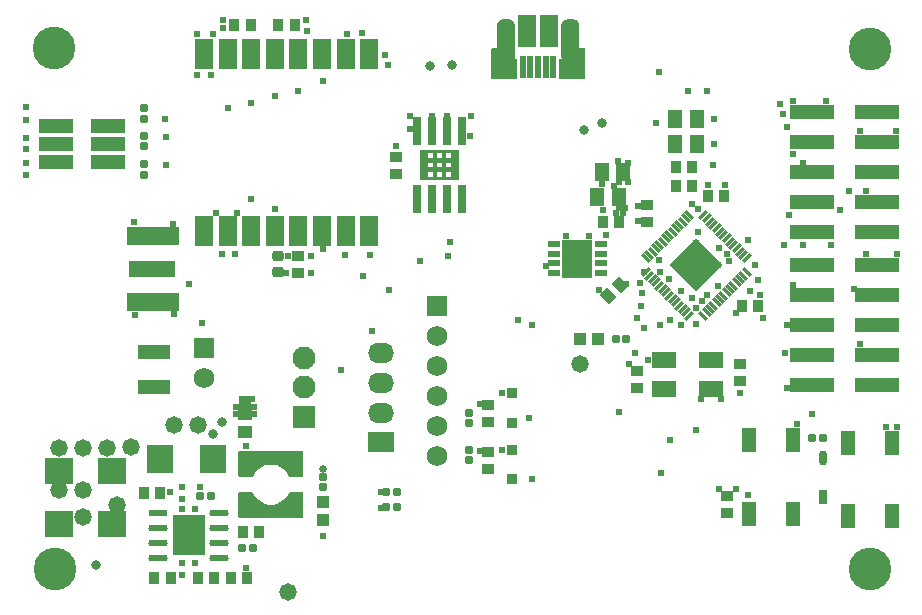
<source format=gbr>
%TF.GenerationSoftware,Altium Limited,Altium Designer,24.9.1 (31)*%
G04 Layer_Color=8388736*
%FSLAX45Y45*%
%MOMM*%
%TF.SameCoordinates,30E74C37-C7CC-4F87-9207-2BD30A255DAA*%
%TF.FilePolarity,Negative*%
%TF.FileFunction,Soldermask,Top*%
%TF.Part,Single*%
G01*
G75*
%TA.AperFunction,SMDPad,CuDef*%
%ADD15R,1.62964X0.57213*%
G04:AMPARAMS|DCode=16|XSize=1.62964mm|YSize=0.57213mm|CornerRadius=0.28606mm|HoleSize=0mm|Usage=FLASHONLY|Rotation=0.000|XOffset=0mm|YOffset=0mm|HoleType=Round|Shape=RoundedRectangle|*
%AMROUNDEDRECTD16*
21,1,1.62964,0.00000,0,0,0.0*
21,1,1.05751,0.57213,0,0,0.0*
1,1,0.57213,0.52875,0.00000*
1,1,0.57213,-0.52875,0.00000*
1,1,0.57213,-0.52875,0.00000*
1,1,0.57213,0.52875,0.00000*
%
%ADD16ROUNDEDRECTD16*%
%ADD17R,2.71000X3.35000*%
G04:AMPARAMS|DCode=46|XSize=1.25748mm|YSize=0.70248mm|CornerRadius=0.35124mm|HoleSize=0mm|Usage=FLASHONLY|Rotation=90.000|XOffset=0mm|YOffset=0mm|HoleType=Round|Shape=RoundedRectangle|*
%AMROUNDEDRECTD46*
21,1,1.25748,0.00000,0,0,90.0*
21,1,0.55501,0.70248,0,0,90.0*
1,1,0.70247,0.00000,0.27751*
1,1,0.70247,0.00000,-0.27751*
1,1,0.70247,0.00000,-0.27751*
1,1,0.70247,0.00000,0.27751*
%
%ADD46ROUNDEDRECTD46*%
%ADD47R,0.70248X1.25748*%
G04:AMPARAMS|DCode=77|XSize=0.7532mm|YSize=0.7032mm|CornerRadius=0.1641mm|HoleSize=0mm|Usage=FLASHONLY|Rotation=270.000|XOffset=0mm|YOffset=0mm|HoleType=Round|Shape=RoundedRectangle|*
%AMROUNDEDRECTD77*
21,1,0.75320,0.37500,0,0,270.0*
21,1,0.42500,0.70320,0,0,270.0*
1,1,0.32820,-0.18750,-0.21250*
1,1,0.32820,-0.18750,0.21250*
1,1,0.32820,0.18750,0.21250*
1,1,0.32820,0.18750,-0.21250*
%
%ADD77ROUNDEDRECTD77*%
G04:AMPARAMS|DCode=78|XSize=0.9632mm|YSize=0.8636mm|CornerRadius=0.18415mm|HoleSize=0mm|Usage=FLASHONLY|Rotation=180.000|XOffset=0mm|YOffset=0mm|HoleType=Round|Shape=RoundedRectangle|*
%AMROUNDEDRECTD78*
21,1,0.96320,0.49530,0,0,180.0*
21,1,0.59490,0.86360,0,0,180.0*
1,1,0.36830,-0.29745,0.24765*
1,1,0.36830,0.29745,0.24765*
1,1,0.36830,0.29745,-0.24765*
1,1,0.36830,-0.29745,-0.24765*
%
%ADD78ROUNDEDRECTD78*%
%ADD79R,1.10320X0.90320*%
%TA.AperFunction,ConnectorPad*%
%ADD80R,0.60320X1.95320*%
%ADD81R,1.62820X2.70320*%
%TA.AperFunction,SMDPad,CuDef*%
%ADD82C,0.80320*%
%ADD83R,2.80320X1.25320*%
%ADD84R,2.25320X2.40320*%
%ADD85R,2.40320X2.25320*%
%TA.AperFunction,ConnectorPad*%
%ADD86R,2.40320X2.25320*%
%TA.AperFunction,SMDPad,CuDef*%
%ADD87R,1.00320X1.00320*%
G04:AMPARAMS|DCode=88|XSize=0.7532mm|YSize=0.7032mm|CornerRadius=0.1641mm|HoleSize=0mm|Usage=FLASHONLY|Rotation=180.000|XOffset=0mm|YOffset=0mm|HoleType=Round|Shape=RoundedRectangle|*
%AMROUNDEDRECTD88*
21,1,0.75320,0.37500,0,0,180.0*
21,1,0.42500,0.70320,0,0,180.0*
1,1,0.32820,-0.21250,0.18750*
1,1,0.32820,0.21250,0.18750*
1,1,0.32820,0.21250,-0.18750*
1,1,0.32820,-0.21250,-0.18750*
%
%ADD88ROUNDEDRECTD88*%
%TA.AperFunction,ConnectorPad*%
%ADD89R,0.90320X1.10320*%
%TA.AperFunction,SMDPad,CuDef*%
%ADD90R,0.90320X1.10320*%
%ADD91R,1.20320X1.00320*%
%ADD92R,3.00320X1.20320*%
%ADD93R,2.00320X1.40320*%
%ADD94R,1.60000X2.59999*%
%ADD95R,0.66040X2.36220*%
G04:AMPARAMS|DCode=96|XSize=0.3mm|YSize=0.94mm|CornerRadius=0.075mm|HoleSize=0mm|Usage=FLASHONLY|Rotation=45.000|XOffset=0mm|YOffset=0mm|HoleType=Round|Shape=RoundedRectangle|*
%AMROUNDEDRECTD96*
21,1,0.30000,0.79000,0,0,45.0*
21,1,0.15000,0.94000,0,0,45.0*
1,1,0.15000,0.33234,-0.22628*
1,1,0.15000,0.22628,-0.33234*
1,1,0.15000,-0.33234,0.22628*
1,1,0.15000,-0.22628,0.33234*
%
%ADD96ROUNDEDRECTD96*%
G04:AMPARAMS|DCode=97|XSize=0.94mm|YSize=0.3mm|CornerRadius=0.075mm|HoleSize=0mm|Usage=FLASHONLY|Rotation=45.000|XOffset=0mm|YOffset=0mm|HoleType=Round|Shape=RoundedRectangle|*
%AMROUNDEDRECTD97*
21,1,0.94000,0.15000,0,0,45.0*
21,1,0.79000,0.30000,0,0,45.0*
1,1,0.15000,0.33234,0.22628*
1,1,0.15000,-0.22628,-0.33234*
1,1,0.15000,-0.33234,-0.22628*
1,1,0.15000,0.22628,0.33234*
%
%ADD97ROUNDEDRECTD97*%
%ADD98P,4.52548X4X90.0*%
%ADD99R,1.30320X2.00320*%
G04:AMPARAMS|DCode=100|XSize=1.1032mm|YSize=0.9032mm|CornerRadius=0mm|HoleSize=0mm|Usage=FLASHONLY|Rotation=135.000|XOffset=0mm|YOffset=0mm|HoleType=Round|Shape=Rectangle|*
%AMROTATEDRECTD100*
4,1,4,0.70937,-0.07071,0.07071,-0.70937,-0.70937,0.07071,-0.07071,0.70937,0.70937,-0.07071,0.0*
%
%ADD100ROTATEDRECTD100*%

%ADD101R,3.70320X1.20320*%
%TA.AperFunction,ConnectorPad*%
%ADD102R,4.40320X1.55320*%
%ADD103R,3.90320X1.47320*%
%TA.AperFunction,SMDPad,CuDef*%
%ADD104R,1.05320X0.55320*%
%ADD105R,2.60320X3.30320*%
%ADD106R,1.00320X1.00320*%
%ADD107R,0.85320X0.85320*%
%ADD108R,1.15320X1.50320*%
%TA.AperFunction,Conductor*%
%ADD109R,2.20320X1.66320*%
%TA.AperFunction,ComponentPad*%
%ADD110O,1.40320X1.90320*%
%ADD111O,1.20320X1.60320*%
%ADD112O,2.20320X1.70320*%
%ADD113R,2.20320X1.70320*%
%ADD114C,1.72720*%
%ADD115R,1.72720X1.72720*%
%ADD116R,1.95320X1.95320*%
%ADD117C,1.95320*%
%TA.AperFunction,ViaPad*%
%ADD118C,3.60320*%
%ADD119C,0.60320*%
%ADD120C,1.47320*%
%ADD121C,0.80320*%
%ADD122C,0.65320*%
G36*
X-2946526Y3688864D02*
X-2946251Y3688867D01*
X-2942551Y3688668D01*
X-2942144Y3688619D01*
X-2941736Y3688591D01*
X-2938036Y3688090D01*
X-2937753Y3688033D01*
X-2937465Y3687997D01*
X-2934365Y3687397D01*
X-2933788Y3687245D01*
X-2933223Y3687106D01*
X-2929123Y3685806D01*
X-2929054Y3685779D01*
X-2928979Y3685759D01*
X-2928427Y3685534D01*
X-2927882Y3685321D01*
X-2927816Y3685284D01*
X-2927746Y3685256D01*
X-2924046Y3683456D01*
X-2923805Y3683319D01*
X-2923555Y3683201D01*
X-2919955Y3681201D01*
X-2919912Y3681173D01*
X-2919864Y3681149D01*
X-2919348Y3680810D01*
X-2918836Y3680479D01*
X-2918796Y3680445D01*
X-2918752Y3680416D01*
X-2915452Y3677916D01*
X-2915188Y3677688D01*
X-2914913Y3677478D01*
X-2911813Y3674778D01*
X-2911780Y3674745D01*
X-2911742Y3674716D01*
X-2911306Y3674274D01*
X-2910868Y3673840D01*
X-2910839Y3673802D01*
X-2910806Y3673769D01*
X-2908206Y3670769D01*
X-2907989Y3670483D01*
X-2907755Y3670210D01*
X-2905355Y3667009D01*
X-2905069Y3666571D01*
X-2904769Y3666139D01*
X-2902669Y3662639D01*
X-2902490Y3662290D01*
X-2902293Y3661954D01*
X-2900393Y3658153D01*
X-2900322Y3657985D01*
X-2900234Y3657821D01*
X-2900063Y3657368D01*
X-2899877Y3656926D01*
X-2899829Y3656749D01*
X-2899763Y3656576D01*
X-2898663Y3652978D01*
X-2898663Y3652977D01*
X-2898109Y3651163D01*
X-2898047Y3650902D01*
X-2897967Y3650651D01*
X-2897521Y3648864D01*
X-2897513Y3648822D01*
X-2897500Y3648779D01*
X-2897393Y3648158D01*
X-2897284Y3647554D01*
X-2897282Y3647510D01*
X-2897274Y3647466D01*
X-2896874Y3643666D01*
X-2896863Y3643391D01*
X-2896832Y3643121D01*
X-2896632Y3639222D01*
X-2896635Y3638962D01*
X-2896618Y3638700D01*
Y3443882D01*
X-2854301D01*
X-2852972Y3443795D01*
X-2851665Y3443535D01*
X-2850404Y3443107D01*
X-2849210Y3442518D01*
X-2848102Y3441778D01*
X-2847101Y3440900D01*
X-2846223Y3439899D01*
X-2845483Y3438791D01*
X-2844894Y3437597D01*
X-2844466Y3436336D01*
X-2844206Y3435029D01*
X-2844119Y3433700D01*
Y3363700D01*
X-2844206Y3362371D01*
X-2844466Y3361065D01*
X-2844894Y3359804D01*
X-2845483Y3358609D01*
X-2846223Y3357502D01*
X-2847101Y3356501D01*
X-2848102Y3355622D01*
X-2849210Y3354883D01*
X-2850404Y3354293D01*
X-2851665Y3353865D01*
X-2852972Y3353605D01*
X-2854301Y3353518D01*
X-3036800D01*
X-3038129Y3353605D01*
X-3039435Y3353865D01*
X-3040696Y3354293D01*
X-3041891Y3354883D01*
X-3042998Y3355622D01*
X-3044000Y3356501D01*
X-3044878Y3357502D01*
X-3045618Y3358609D01*
X-3046207Y3359804D01*
X-3046635Y3361065D01*
X-3046895Y3362371D01*
X-3046982Y3363700D01*
Y3433701D01*
Y3638700D01*
Y3640900D01*
X-3046967Y3641130D01*
X-3046972Y3641363D01*
X-3046871Y3643563D01*
X-3046865Y3643624D01*
X-3046865Y3643684D01*
X-3046791Y3644287D01*
X-3046724Y3644887D01*
X-3046710Y3644944D01*
X-3046702Y3645006D01*
X-3046302Y3647106D01*
X-3046290Y3647152D01*
X-3046284Y3647196D01*
X-3045884Y3649196D01*
X-3045840Y3649362D01*
X-3045811Y3649532D01*
X-3045411Y3651232D01*
X-3045330Y3651499D01*
X-3045268Y3651774D01*
X-3044768Y3653474D01*
X-3044641Y3653821D01*
X-3044534Y3654175D01*
X-3043334Y3657375D01*
X-3043209Y3657651D01*
X-3043104Y3657936D01*
X-3041504Y3661535D01*
X-3041476Y3661590D01*
X-3041454Y3661648D01*
X-3041165Y3662181D01*
X-3040885Y3662715D01*
X-3040850Y3662765D01*
X-3040820Y3662819D01*
X-3038620Y3666319D01*
X-3038473Y3666522D01*
X-3038342Y3666739D01*
X-3036242Y3669739D01*
X-3036219Y3669767D01*
X-3036202Y3669796D01*
X-3035807Y3670281D01*
X-3035408Y3670778D01*
X-3035384Y3670801D01*
X-3035361Y3670829D01*
X-3032761Y3673629D01*
X-3032624Y3673758D01*
X-3032500Y3673900D01*
X-3029850Y3676550D01*
X-3029817Y3676578D01*
X-3029788Y3676611D01*
X-3029316Y3677018D01*
X-3028848Y3677428D01*
X-3028812Y3677452D01*
X-3028779Y3677481D01*
X-3025529Y3679931D01*
X-3025019Y3680266D01*
X-3024512Y3680606D01*
X-3021412Y3682406D01*
X-3021241Y3682491D01*
X-3021077Y3682592D01*
X-3017877Y3684292D01*
X-3017317Y3684544D01*
X-3016756Y3684803D01*
X-3012856Y3686304D01*
X-3012333Y3686466D01*
X-3011816Y3686641D01*
X-3007866Y3687691D01*
X-3007344Y3687793D01*
X-3006826Y3687910D01*
X-3002676Y3688560D01*
X-3002125Y3688609D01*
X-3001573Y3688671D01*
X-2997273Y3688871D01*
X-2997036Y3688867D01*
X-2996800Y3688882D01*
X-2946800D01*
X-2946526Y3688864D01*
D02*
G37*
G36*
X-3491564Y3688866D02*
X-3491327Y3688871D01*
X-3487027Y3688671D01*
X-3486475Y3688609D01*
X-3485924Y3688559D01*
X-3481775Y3687909D01*
X-3481256Y3687793D01*
X-3480734Y3687690D01*
X-3476784Y3686640D01*
X-3476268Y3686466D01*
X-3475745Y3686303D01*
X-3471844Y3684803D01*
X-3471283Y3684544D01*
X-3470723Y3684292D01*
X-3467523Y3682592D01*
X-3467360Y3682491D01*
X-3467188Y3682405D01*
X-3464088Y3680606D01*
X-3463582Y3680265D01*
X-3463071Y3679930D01*
X-3459821Y3677480D01*
X-3459788Y3677452D01*
X-3459752Y3677428D01*
X-3459284Y3677018D01*
X-3458812Y3676611D01*
X-3458783Y3676578D01*
X-3458751Y3676550D01*
X-3456101Y3673900D01*
X-3455976Y3673758D01*
X-3455839Y3673628D01*
X-3453239Y3670828D01*
X-3453217Y3670801D01*
X-3453192Y3670777D01*
X-3452793Y3670281D01*
X-3452398Y3669795D01*
X-3452381Y3669767D01*
X-3452358Y3669739D01*
X-3450259Y3666738D01*
X-3450127Y3666522D01*
X-3449980Y3666319D01*
X-3447780Y3662819D01*
X-3447751Y3662765D01*
X-3447715Y3662714D01*
X-3447435Y3662181D01*
X-3447147Y3661648D01*
X-3447124Y3661590D01*
X-3447096Y3661535D01*
X-3445496Y3657935D01*
X-3445391Y3657651D01*
X-3445266Y3657375D01*
X-3444067Y3654175D01*
X-3443960Y3653821D01*
X-3443832Y3653474D01*
X-3443332Y3651773D01*
X-3443270Y3651499D01*
X-3443189Y3651232D01*
X-3442789Y3649532D01*
X-3442760Y3649362D01*
X-3442716Y3649196D01*
X-3442316Y3647196D01*
X-3442310Y3647151D01*
X-3442298Y3647105D01*
X-3441898Y3645006D01*
X-3441891Y3644944D01*
X-3441876Y3644886D01*
X-3441809Y3644287D01*
X-3441735Y3643684D01*
X-3441736Y3643624D01*
X-3441729Y3643563D01*
X-3441629Y3641363D01*
X-3441633Y3641130D01*
X-3441618Y3640900D01*
Y3638700D01*
Y3433701D01*
Y3363700D01*
X-3441705Y3362371D01*
X-3441965Y3361065D01*
X-3442393Y3359804D01*
X-3442982Y3358609D01*
X-3443722Y3357502D01*
X-3444600Y3356500D01*
X-3445602Y3355622D01*
X-3446709Y3354882D01*
X-3447904Y3354293D01*
X-3449165Y3353865D01*
X-3450471Y3353605D01*
X-3451800Y3353518D01*
X-3634300D01*
X-3635628Y3353605D01*
X-3636935Y3353865D01*
X-3638196Y3354293D01*
X-3639390Y3354882D01*
X-3640498Y3355622D01*
X-3641499Y3356500D01*
X-3642377Y3357502D01*
X-3643117Y3358609D01*
X-3643706Y3359804D01*
X-3644134Y3361065D01*
X-3644394Y3362371D01*
X-3644481Y3363700D01*
Y3433700D01*
X-3644394Y3435029D01*
X-3644134Y3436335D01*
X-3643706Y3437596D01*
X-3643117Y3438791D01*
X-3642377Y3439898D01*
X-3641499Y3440900D01*
X-3640498Y3441778D01*
X-3639390Y3442518D01*
X-3638196Y3443107D01*
X-3636935Y3443535D01*
X-3635628Y3443795D01*
X-3634300Y3443882D01*
X-3591982D01*
Y3638700D01*
X-3591965Y3638961D01*
X-3591968Y3639221D01*
X-3591769Y3643121D01*
X-3591737Y3643391D01*
X-3591726Y3643666D01*
X-3591326Y3647466D01*
X-3591318Y3647510D01*
X-3591316Y3647554D01*
X-3591207Y3648157D01*
X-3591100Y3648779D01*
X-3591087Y3648822D01*
X-3591079Y3648864D01*
X-3590634Y3650650D01*
X-3590553Y3650902D01*
X-3590492Y3651163D01*
X-3589937Y3652977D01*
X-3589937Y3652977D01*
X-3588837Y3656576D01*
X-3588772Y3656749D01*
X-3588723Y3656926D01*
X-3588537Y3657368D01*
X-3588366Y3657821D01*
X-3588278Y3657984D01*
X-3588207Y3658153D01*
X-3586307Y3661953D01*
X-3586110Y3662290D01*
X-3585931Y3662639D01*
X-3583831Y3666139D01*
X-3583531Y3666571D01*
X-3583246Y3667009D01*
X-3580846Y3670209D01*
X-3580611Y3670483D01*
X-3580394Y3670768D01*
X-3577794Y3673768D01*
X-3577761Y3673802D01*
X-3577732Y3673839D01*
X-3577295Y3674274D01*
X-3576858Y3674716D01*
X-3576821Y3674745D01*
X-3576787Y3674778D01*
X-3573687Y3677478D01*
X-3573412Y3677688D01*
X-3573148Y3677916D01*
X-3569848Y3680416D01*
X-3569804Y3680445D01*
X-3569764Y3680479D01*
X-3569252Y3680809D01*
X-3568736Y3681149D01*
X-3568688Y3681172D01*
X-3568645Y3681200D01*
X-3565045Y3683200D01*
X-3564795Y3683319D01*
X-3564554Y3683456D01*
X-3560854Y3685256D01*
X-3560785Y3685284D01*
X-3560718Y3685321D01*
X-3560173Y3685534D01*
X-3559622Y3685759D01*
X-3559547Y3685779D01*
X-3559477Y3685806D01*
X-3555377Y3687106D01*
X-3554813Y3687245D01*
X-3554235Y3687396D01*
X-3551135Y3687996D01*
X-3550848Y3688033D01*
X-3550564Y3688090D01*
X-3546864Y3688590D01*
X-3546456Y3688618D01*
X-3546050Y3688667D01*
X-3542350Y3688867D01*
X-3542074Y3688864D01*
X-3541800Y3688882D01*
X-3491800D01*
X-3491564Y3688866D01*
D02*
G37*
G36*
X-3918304Y2554380D02*
Y2514380D01*
Y2475640D01*
Y2435640D01*
Y2396900D01*
Y2329910D01*
X-4240884D01*
Y2356900D01*
Y2396900D01*
Y2435640D01*
Y2475640D01*
Y2514380D01*
Y2554380D01*
Y2581370D01*
X-3918304D01*
Y2554380D01*
D02*
G37*
G36*
X-5239831Y35424D02*
X-5238524Y35164D01*
X-5237263Y34736D01*
X-5236069Y34147D01*
X-5234961Y33407D01*
X-5233960Y32529D01*
X-5233082Y31528D01*
X-5232342Y30420D01*
X-5231753Y29226D01*
X-5231325Y27965D01*
X-5231065Y26658D01*
X-5230978Y25329D01*
Y-174670D01*
X-5231065Y-175999D01*
X-5231325Y-177306D01*
X-5231753Y-178567D01*
X-5232342Y-179761D01*
X-5233082Y-180869D01*
X-5233960Y-181870D01*
X-5233986Y-181897D01*
X-5234987Y-182775D01*
X-5236095Y-183514D01*
X-5237289Y-184104D01*
X-5238551Y-184532D01*
X-5239857Y-184792D01*
X-5241186Y-184879D01*
X-5342517D01*
X-5342752Y-184863D01*
X-5342990Y-184868D01*
X-5343417Y-184820D01*
X-5343846Y-184792D01*
X-5344078Y-184745D01*
X-5344313Y-184719D01*
X-5344730Y-184616D01*
X-5345152Y-184532D01*
X-5345376Y-184456D01*
X-5345606Y-184399D01*
X-5346006Y-184242D01*
X-5346413Y-184104D01*
X-5346626Y-183999D01*
X-5346846Y-183913D01*
X-5347223Y-183704D01*
X-5347608Y-183514D01*
X-5347804Y-183383D01*
X-5348011Y-183269D01*
X-5348359Y-183013D01*
X-5348715Y-182775D01*
X-5348892Y-182620D01*
X-5349084Y-182478D01*
X-5349395Y-182178D01*
X-5349717Y-181897D01*
X-5349872Y-181719D01*
X-5350043Y-181555D01*
X-5350312Y-181217D01*
X-5350595Y-180895D01*
X-5350693Y-180748D01*
X-5350725Y-180700D01*
X-5350874Y-180514D01*
X-5351098Y-180142D01*
X-5351334Y-179788D01*
X-5351438Y-179577D01*
X-5351561Y-179373D01*
X-5359085Y-164821D01*
X-5377955Y-138378D01*
X-5401306Y-116149D01*
X-5428437Y-98734D01*
X-5458372Y-86763D01*
X-5490031Y-80667D01*
X-5522270Y-80665D01*
X-5553929Y-86758D01*
X-5583865Y-98726D01*
X-5610999Y-116137D01*
X-5634352Y-138365D01*
X-5653224Y-164804D01*
X-5660750Y-179356D01*
X-5660912Y-179626D01*
X-5661053Y-179901D01*
X-5661253Y-180191D01*
X-5661437Y-180496D01*
X-5661633Y-180741D01*
X-5661810Y-180997D01*
X-5662047Y-181260D01*
X-5662269Y-181538D01*
X-5662493Y-181754D01*
X-5662702Y-181985D01*
X-5662971Y-182214D01*
X-5663228Y-182461D01*
X-5663482Y-182648D01*
X-5663717Y-182848D01*
X-5664011Y-183038D01*
X-5664300Y-183252D01*
X-5664576Y-183404D01*
X-5664835Y-183572D01*
X-5665154Y-183723D01*
X-5665466Y-183895D01*
X-5665757Y-184009D01*
X-5666038Y-184143D01*
X-5666374Y-184251D01*
X-5666706Y-184381D01*
X-5667011Y-184457D01*
X-5667306Y-184552D01*
X-5667651Y-184615D01*
X-5667999Y-184701D01*
X-5668312Y-184736D01*
X-5668616Y-184792D01*
X-5668967Y-184810D01*
X-5669322Y-184850D01*
X-5669637Y-184844D01*
X-5669946Y-184860D01*
X-5670037Y-184852D01*
X-5771159D01*
X-5772488Y-184765D01*
X-5773795Y-184505D01*
X-5775056Y-184077D01*
X-5776250Y-183488D01*
X-5777358Y-182748D01*
X-5778359Y-181870D01*
X-5779237Y-180869D01*
X-5779977Y-179761D01*
X-5780566Y-178567D01*
X-5780994Y-177306D01*
X-5781254Y-175999D01*
X-5781341Y-174670D01*
Y25329D01*
X-5781254Y26658D01*
X-5780994Y27965D01*
X-5780566Y29226D01*
X-5779977Y30420D01*
X-5779237Y31528D01*
X-5778359Y32529D01*
X-5777358Y33407D01*
X-5776250Y34147D01*
X-5775056Y34736D01*
X-5773795Y35164D01*
X-5772488Y35424D01*
X-5771159Y35511D01*
X-5241159D01*
X-5239831Y35424D01*
D02*
G37*
G36*
X-5669564Y-314478D02*
X-5669330Y-314474D01*
X-5668908Y-314521D01*
X-5668481Y-314549D01*
X-5668473Y-314550D01*
X-5668237Y-314597D01*
X-5668006Y-314622D01*
X-5667596Y-314724D01*
X-5667167Y-314809D01*
X-5666940Y-314887D01*
X-5666713Y-314942D01*
X-5666320Y-315097D01*
X-5665906Y-315237D01*
X-5665690Y-315344D01*
X-5665474Y-315429D01*
X-5665103Y-315633D01*
X-5664711Y-315827D01*
X-5664512Y-315960D01*
X-5664308Y-316073D01*
X-5663966Y-316324D01*
X-5663604Y-316567D01*
X-5663424Y-316724D01*
X-5663236Y-316863D01*
X-5662929Y-317158D01*
X-5662602Y-317445D01*
X-5662444Y-317625D01*
X-5662276Y-317787D01*
X-5662012Y-318118D01*
X-5661879Y-318270D01*
X-5661724Y-318446D01*
X-5661592Y-318645D01*
X-5661445Y-318828D01*
X-5661225Y-319193D01*
X-5661054Y-319449D01*
X-5660984Y-319553D01*
X-5660879Y-319768D01*
X-5660758Y-319968D01*
X-5653234Y-334520D01*
X-5634364Y-360963D01*
X-5611013Y-383193D01*
X-5583882Y-400607D01*
X-5553947Y-412578D01*
X-5522288Y-418675D01*
X-5490049Y-418676D01*
X-5458390Y-412583D01*
X-5428454Y-400615D01*
X-5401320Y-383204D01*
X-5377967Y-360977D01*
X-5359095Y-334538D01*
X-5351569Y-319985D01*
X-5351485Y-319845D01*
X-5351418Y-319704D01*
X-5351149Y-319288D01*
X-5350882Y-318845D01*
X-5350780Y-318717D01*
X-5350694Y-318585D01*
X-5350369Y-318203D01*
X-5350051Y-317804D01*
X-5349935Y-317693D01*
X-5349832Y-317571D01*
X-5349457Y-317232D01*
X-5349091Y-316880D01*
X-5348961Y-316784D01*
X-5348844Y-316678D01*
X-5348429Y-316392D01*
X-5348019Y-316090D01*
X-5347879Y-316012D01*
X-5347747Y-315922D01*
X-5347298Y-315692D01*
X-5346853Y-315446D01*
X-5346704Y-315387D01*
X-5346562Y-315315D01*
X-5346089Y-315147D01*
X-5345613Y-314960D01*
X-5345455Y-314921D01*
X-5345307Y-314868D01*
X-5344819Y-314763D01*
X-5344321Y-314640D01*
X-5344159Y-314622D01*
X-5344005Y-314589D01*
X-5343505Y-314549D01*
X-5342997Y-314491D01*
X-5342835Y-314494D01*
X-5342677Y-314482D01*
X-5342525Y-314489D01*
X-5342517Y-314489D01*
X-5241159D01*
X-5239831Y-314576D01*
X-5238524Y-314836D01*
X-5237263Y-315264D01*
X-5236069Y-315853D01*
X-5234961Y-316593D01*
X-5233960Y-317471D01*
X-5233082Y-318472D01*
X-5232342Y-319580D01*
X-5231753Y-320774D01*
X-5231325Y-322035D01*
X-5231065Y-323342D01*
X-5230978Y-324671D01*
Y-524671D01*
X-5231065Y-525999D01*
X-5231325Y-527306D01*
X-5231753Y-528567D01*
X-5232342Y-529761D01*
X-5233082Y-530869D01*
X-5233960Y-531870D01*
X-5234961Y-532748D01*
X-5236069Y-533488D01*
X-5237263Y-534077D01*
X-5238524Y-534505D01*
X-5239831Y-534765D01*
X-5241159Y-534852D01*
X-5771159D01*
X-5772488Y-534765D01*
X-5773795Y-534505D01*
X-5775056Y-534077D01*
X-5776250Y-533488D01*
X-5777358Y-532748D01*
X-5778359Y-531870D01*
X-5779237Y-530869D01*
X-5779977Y-529761D01*
X-5780566Y-528567D01*
X-5780994Y-527306D01*
X-5781254Y-525999D01*
X-5781341Y-524671D01*
Y-324671D01*
X-5781254Y-323342D01*
X-5780994Y-322035D01*
X-5780566Y-320774D01*
X-5779977Y-319580D01*
X-5779237Y-318472D01*
X-5778359Y-317471D01*
X-5778333Y-317445D01*
X-5777331Y-316567D01*
X-5776224Y-315827D01*
X-5775030Y-315237D01*
X-5773768Y-314809D01*
X-5772462Y-314550D01*
X-5771133Y-314462D01*
X-5669802D01*
X-5669564Y-314478D01*
D02*
G37*
%LPC*%
G36*
X-3980854Y2554380D02*
X-4020854D01*
Y2514380D01*
X-3980854D01*
Y2554380D01*
D02*
G37*
G36*
X-4059594D02*
X-4099594D01*
Y2514380D01*
X-4059594D01*
Y2554380D01*
D02*
G37*
G36*
X-4138334D02*
X-4178334D01*
Y2514380D01*
X-4138334D01*
Y2554380D01*
D02*
G37*
G36*
X-3980854Y2475640D02*
X-4020854D01*
Y2435640D01*
X-3980854D01*
Y2475640D01*
D02*
G37*
G36*
X-4059594D02*
X-4099594D01*
Y2435640D01*
X-4059594D01*
Y2475640D01*
D02*
G37*
G36*
X-4138334D02*
X-4178334D01*
Y2435640D01*
X-4138334D01*
Y2475640D01*
D02*
G37*
G36*
X-3980854Y2396900D02*
X-4020854D01*
Y2356900D01*
X-3980854D01*
Y2396900D01*
D02*
G37*
G36*
X-4059594D02*
X-4099594D01*
Y2356900D01*
X-4059594D01*
Y2396900D01*
D02*
G37*
G36*
X-4138334D02*
X-4178334D01*
Y2356900D01*
X-4138334D01*
Y2396900D01*
D02*
G37*
%LPD*%
D15*
X-6461240Y-489000D02*
D03*
D16*
Y-616000D02*
D03*
Y-743000D02*
D03*
Y-870000D02*
D03*
X-5942990D02*
D03*
Y-743000D02*
D03*
Y-616000D02*
D03*
Y-489000D02*
D03*
D17*
X-6202115Y-679500D02*
D03*
D46*
X-835660Y-28003D02*
D03*
D47*
Y-358077D02*
D03*
D77*
X-4528100Y-438150D02*
D03*
X-4438100D02*
D03*
X-4528100Y-311150D02*
D03*
X-4438100D02*
D03*
X-5747300Y-787400D02*
D03*
X-5657300D02*
D03*
X-6102900Y-342900D02*
D03*
X-6012900D02*
D03*
X-2497440Y982980D02*
D03*
X-2587440D02*
D03*
X-922021Y147319D02*
D03*
X-832021D02*
D03*
D78*
X-5444927Y1547779D02*
D03*
Y1687779D02*
D03*
D79*
X-2324100Y2114700D02*
D03*
Y1974700D02*
D03*
X-3667823Y25329D02*
D03*
Y-114671D02*
D03*
X-3669006Y421698D02*
D03*
Y281698D02*
D03*
X-4447540Y2521100D02*
D03*
Y2381100D02*
D03*
X-1641180Y-489000D02*
D03*
Y-349000D02*
D03*
X-5273040Y1545439D02*
D03*
Y1685439D02*
D03*
X-1534446Y771460D02*
D03*
Y631460D02*
D03*
X-2405980Y708900D02*
D03*
Y568900D02*
D03*
D80*
X-3244300Y3286200D02*
D03*
X-3179300D02*
D03*
X-3114300D02*
D03*
X-3309300D02*
D03*
X-3374300D02*
D03*
D81*
X-3148050Y3593700D02*
D03*
X-3340550D02*
D03*
D82*
X-2854302Y2755900D02*
D03*
X-3974594Y3307502D02*
D03*
X-4162144Y3297500D02*
D03*
X-2707240Y2808300D02*
D03*
X-5918200Y279400D02*
D03*
X-6985000Y-927100D02*
D03*
D83*
X-6498740Y872060D02*
D03*
Y577060D02*
D03*
D84*
X-5998740Y-35440D02*
D03*
X-6448740D02*
D03*
D85*
X-6852728Y-581731D02*
D03*
Y-131731D02*
D03*
D86*
X-7301300Y-581731D02*
D03*
Y-131731D02*
D03*
D87*
X-5067300Y-394900D02*
D03*
Y-544900D02*
D03*
D88*
Y-273600D02*
D03*
Y-183600D02*
D03*
X-6578600Y2463800D02*
D03*
Y2373800D02*
D03*
Y2706200D02*
D03*
Y2616200D02*
D03*
Y2937340D02*
D03*
Y2847340D02*
D03*
X-3831504Y45329D02*
D03*
Y-44670D02*
D03*
Y359959D02*
D03*
Y269959D02*
D03*
D89*
X-5708500Y-1041400D02*
D03*
X-5848500D02*
D03*
X-5987900D02*
D03*
X-6127900D02*
D03*
X-6496200D02*
D03*
X-6356200D02*
D03*
D90*
X-5606900Y-647700D02*
D03*
X-5746900D02*
D03*
X-6445100Y-317500D02*
D03*
X-6585100D02*
D03*
X-5444927Y3644900D02*
D03*
X-5304927D02*
D03*
X-5678020D02*
D03*
X-5818020D02*
D03*
X-1938180Y2276250D02*
D03*
X-2078180D02*
D03*
X-1938180Y2438490D02*
D03*
X-2078180D02*
D03*
X-2557440Y1977990D02*
D03*
X-2697440D02*
D03*
X-1381462Y1259217D02*
D03*
X-1521462D02*
D03*
X-1669900Y2197100D02*
D03*
X-1809900D02*
D03*
D91*
X-5727141Y198272D02*
D03*
Y348272D02*
D03*
D92*
X-7324181Y2484832D02*
D03*
X-6884181D02*
D03*
Y2634832D02*
D03*
X-7324181D02*
D03*
X-6884181Y2784832D02*
D03*
X-7324181D02*
D03*
D93*
X-2182540Y563900D02*
D03*
X-1782540D02*
D03*
Y803900D02*
D03*
X-2182540D02*
D03*
D94*
X-4673041Y3398520D02*
D03*
X-4873041D02*
D03*
X-5073040D02*
D03*
X-5273040D02*
D03*
X-5473040D02*
D03*
X-5673039D02*
D03*
X-5873039D02*
D03*
X-6073038D02*
D03*
Y1898523D02*
D03*
X-5873039D02*
D03*
X-5673039D02*
D03*
X-5473040D02*
D03*
X-5273040D02*
D03*
X-5073040D02*
D03*
X-4873041D02*
D03*
X-4673041D02*
D03*
D95*
X-3889094Y2743140D02*
D03*
X-4016094D02*
D03*
X-4143094D02*
D03*
X-4270094D02*
D03*
Y2168140D02*
D03*
X-4143094D02*
D03*
X-4016094D02*
D03*
X-3889094D02*
D03*
D96*
X-1845077Y1181081D02*
D03*
X-1816792Y1209365D02*
D03*
X-1788508Y1237650D02*
D03*
X-1760224Y1265934D02*
D03*
X-1731939Y1294218D02*
D03*
X-1703655Y1322503D02*
D03*
X-1675371Y1350787D02*
D03*
X-1647087Y1379071D02*
D03*
X-1618802Y1407355D02*
D03*
X-1590518Y1435639D02*
D03*
X-1562234Y1463924D02*
D03*
X-1533950Y1492208D02*
D03*
X-1505665Y1520493D02*
D03*
X-1477381Y1548777D02*
D03*
X-1963163Y2034559D02*
D03*
X-1991447Y2006275D02*
D03*
X-2019732Y1977990D02*
D03*
X-2048016Y1949706D02*
D03*
X-2076300Y1921422D02*
D03*
X-2104585Y1893137D02*
D03*
X-2132869Y1864853D02*
D03*
X-2161153Y1836569D02*
D03*
X-2189437Y1808285D02*
D03*
X-2217722Y1780001D02*
D03*
X-2246006Y1751716D02*
D03*
X-2274290Y1723432D02*
D03*
X-2302575Y1695147D02*
D03*
X-2330859Y1666863D02*
D03*
D97*
Y1548777D02*
D03*
X-2302575Y1520493D02*
D03*
X-2274290Y1492208D02*
D03*
X-2246006Y1463924D02*
D03*
X-2217722Y1435639D02*
D03*
X-2189437Y1407355D02*
D03*
X-2161153Y1379071D02*
D03*
X-2132869Y1350787D02*
D03*
X-2104585Y1322503D02*
D03*
X-2076300Y1294218D02*
D03*
X-2048016Y1265934D02*
D03*
X-2019732Y1237650D02*
D03*
X-1991447Y1209365D02*
D03*
X-1963163Y1181081D02*
D03*
X-1477381Y1666863D02*
D03*
X-1505665Y1695147D02*
D03*
X-1533950Y1723432D02*
D03*
X-1562234Y1751716D02*
D03*
X-1590518Y1780001D02*
D03*
X-1618802Y1808285D02*
D03*
X-1647087Y1836569D02*
D03*
X-1675371Y1864853D02*
D03*
X-1703655Y1893137D02*
D03*
X-1731939Y1921422D02*
D03*
X-1760224Y1949706D02*
D03*
X-1788508Y1977990D02*
D03*
X-1816792Y2006275D02*
D03*
X-1845077Y2034559D02*
D03*
D98*
X-1904120Y1607820D02*
D03*
D99*
X-246800Y104260D02*
D03*
Y-515740D02*
D03*
X-616800Y104260D02*
D03*
Y-515740D02*
D03*
X-1460080Y-495420D02*
D03*
Y124580D02*
D03*
X-1090080Y-495420D02*
D03*
Y124580D02*
D03*
D100*
X-2552543Y1442998D02*
D03*
X-2651537Y1344003D02*
D03*
D101*
X-923380Y1607820D02*
D03*
Y1353820D02*
D03*
Y1099820D02*
D03*
Y845820D02*
D03*
Y591820D02*
D03*
X-373380Y1607820D02*
D03*
Y1353820D02*
D03*
Y1099820D02*
D03*
Y845820D02*
D03*
Y591820D02*
D03*
X-378460Y1892300D02*
D03*
Y2146300D02*
D03*
Y2400300D02*
D03*
Y2654300D02*
D03*
Y2908300D02*
D03*
X-928460Y1892300D02*
D03*
Y2146300D02*
D03*
Y2400300D02*
D03*
Y2654300D02*
D03*
Y2908300D02*
D03*
D102*
X-6503740Y1854500D02*
D03*
Y1294500D02*
D03*
D103*
X-6513740Y1574500D02*
D03*
D104*
X-3105840Y1783700D02*
D03*
Y1703700D02*
D03*
Y1623700D02*
D03*
Y1543700D02*
D03*
X-2715840D02*
D03*
Y1623700D02*
D03*
Y1703700D02*
D03*
Y1783700D02*
D03*
D105*
X-2910840Y1663700D02*
D03*
D106*
X-2737980Y982980D02*
D03*
X-2887980D02*
D03*
D107*
X-3465743Y-204671D02*
D03*
Y45329D02*
D03*
Y274959D02*
D03*
Y524959D02*
D03*
D108*
X-2083947Y2847340D02*
D03*
X-1898947D02*
D03*
X-2083947Y2636561D02*
D03*
X-1898947D02*
D03*
X-2744037Y2186250D02*
D03*
X-2559038D02*
D03*
X-2707240Y2400300D02*
D03*
X-2522240D02*
D03*
D109*
X-3534303Y3265702D02*
D03*
X-2954302D02*
D03*
D110*
X-3516800Y3568700D02*
D03*
X-2971800D02*
D03*
D111*
X-3486800Y3265700D02*
D03*
X-3001800D02*
D03*
D112*
X-4572000Y610680D02*
D03*
Y360680D02*
D03*
Y860678D02*
D03*
D113*
Y110680D02*
D03*
D114*
X-4099594Y-3500D02*
D03*
Y250500D02*
D03*
Y504500D02*
D03*
Y1012500D02*
D03*
Y758500D02*
D03*
X-6073501Y653560D02*
D03*
D115*
X-4099594Y1266500D02*
D03*
X-6073501Y907560D02*
D03*
D116*
X-5223980Y324560D02*
D03*
D117*
Y574560D02*
D03*
Y824560D02*
D03*
D118*
X-434220Y3441977D02*
D03*
X-437460Y-962923D02*
D03*
X-7331900Y-960383D02*
D03*
X-7342060Y3446517D02*
D03*
D119*
X-4572000Y-315310D02*
D03*
Y-444900D02*
D03*
X-5363903Y1686689D02*
D03*
X-5171156Y1685599D02*
D03*
X-1812489Y3079112D02*
D03*
X-3816704Y2870880D02*
D03*
X-4016094D02*
D03*
X-4328514D02*
D03*
X-4146690D02*
D03*
X-5062278Y3165820D02*
D03*
X-4864556Y3568700D02*
D03*
X-4540046Y3388428D02*
D03*
X-4517540Y3307502D02*
D03*
X-1409700Y1607820D02*
D03*
X-1381462Y1483300D02*
D03*
X-1160644Y1780001D02*
D03*
X-1631551Y1646356D02*
D03*
X-1891997Y1891931D02*
D03*
X-1725480Y1431111D02*
D03*
X-1939123Y2124877D02*
D03*
X-1571180Y1201808D02*
D03*
X-5670550Y479004D02*
D03*
X-5712130D02*
D03*
X-5753100D02*
D03*
X-2730500Y1396000D02*
D03*
X-1003300Y2476500D02*
D03*
X-1910898Y1246936D02*
D03*
X-2400300Y1981200D02*
D03*
Y2108200D02*
D03*
X-1663700Y2286000D02*
D03*
X-1803400D02*
D03*
X-2510116Y2096251D02*
D03*
X-2487240Y2470467D02*
D03*
X-2042780Y1607820D02*
D03*
X-5715000Y76200D02*
D03*
X-5806367Y348272D02*
D03*
X-5715000Y-952500D02*
D03*
X-5067300Y-685800D02*
D03*
X-5805960Y404455D02*
D03*
X-6108700Y-266700D02*
D03*
X-6146800Y-914400D02*
D03*
X-6261100Y-457200D02*
D03*
X-6146800D02*
D03*
X-6261100Y-546100D02*
D03*
Y-368300D02*
D03*
Y-266700D02*
D03*
Y-1016000D02*
D03*
Y-914400D02*
D03*
X-6146800Y-635000D02*
D03*
Y-546100D02*
D03*
Y-723900D02*
D03*
Y-812800D02*
D03*
X-6261100D02*
D03*
Y-635000D02*
D03*
Y-723900D02*
D03*
X-6363740Y-315540D02*
D03*
X-3820514Y2701561D02*
D03*
X-4447540Y2616200D02*
D03*
X-4328514Y2763520D02*
D03*
X-6330053Y1191259D02*
D03*
X-6660631Y1184159D02*
D03*
X-7584133Y2944840D02*
D03*
Y2839840D02*
D03*
Y2688700D02*
D03*
Y2594140D02*
D03*
Y2373800D02*
D03*
X-7580900Y2471300D02*
D03*
X-6333740Y1961140D02*
D03*
X-6663740Y1974299D02*
D03*
X-1343719Y1160020D02*
D03*
X-1369309Y1354497D02*
D03*
X-803460Y2997154D02*
D03*
X-1085680D02*
D03*
X-210880Y2745316D02*
D03*
X-520067D02*
D03*
X-1085680Y2546561D02*
D03*
X-691800Y2071753D02*
D03*
X-469071Y2239491D02*
D03*
X-1005080Y1780001D02*
D03*
X-763036D02*
D03*
X-205740Y1703700D02*
D03*
X-469071D02*
D03*
X-569300Y1409720D02*
D03*
X-520067Y942980D02*
D03*
X-1139210Y1099728D02*
D03*
X-3550743Y523760D02*
D03*
X-1536461D02*
D03*
X-1139210Y571460D02*
D03*
X-1151356Y860678D02*
D03*
X-2315040Y804535D02*
D03*
X-205740Y241300D02*
D03*
X-297180D02*
D03*
X-1048380Y261128D02*
D03*
X-1571180Y-289000D02*
D03*
X-1711180D02*
D03*
X-1887149Y2085824D02*
D03*
X-1756180Y2636561D02*
D03*
X-1760224Y2455640D02*
D03*
X-1756180Y2847340D02*
D03*
X-2570220Y2490300D02*
D03*
X-2484655Y2310300D02*
D03*
X-2562186D02*
D03*
X-2601537Y2276250D02*
D03*
X-2559614Y2096251D02*
D03*
X-4737796Y3574900D02*
D03*
X-5203040Y3592400D02*
D03*
X-5206422Y3686518D02*
D03*
X-5914044Y3612400D02*
D03*
Y3686518D02*
D03*
X-5996941Y3568725D02*
D03*
X-6133038D02*
D03*
X-6013685Y3214514D02*
D03*
X-6133038D02*
D03*
X-5813039Y1700439D02*
D03*
X-5794926Y2053116D02*
D03*
X-5971154D02*
D03*
X-4666235Y1695147D02*
D03*
X-4876817Y1691614D02*
D03*
X-5171156Y1543700D02*
D03*
X-5375236D02*
D03*
X-5924926Y1700439D02*
D03*
X-1698680Y473380D02*
D03*
X-1863231D02*
D03*
X-2475980Y768900D02*
D03*
X-3739006Y436698D02*
D03*
X-3737823Y35680D02*
D03*
X-3550743Y40329D02*
D03*
X-5704258Y421535D02*
D03*
X-5753867D02*
D03*
X-5650966Y348272D02*
D03*
Y404455D02*
D03*
X-3010840Y1855985D02*
D03*
X-2812980D02*
D03*
X-1904306Y1798275D02*
D03*
X-2672440Y1863174D02*
D03*
X-3987593Y1808285D02*
D03*
X-2529564Y2047990D02*
D03*
X-2588744D02*
D03*
X-616327Y2234479D02*
D03*
X-2697440Y2073558D02*
D03*
X-5674360Y2166620D02*
D03*
X-5473040Y2088140D02*
D03*
X-4650170Y1047839D02*
D03*
X-2348537Y1079916D02*
D03*
X-3296457Y1100355D02*
D03*
X-1139210Y2781300D02*
D03*
X-1193272Y2969712D02*
D03*
X-1175093Y2884357D02*
D03*
X-4247416Y1641761D02*
D03*
X-1121644Y2034559D02*
D03*
X-1466500Y1822969D02*
D03*
X-2707240Y2296937D02*
D03*
X-5473040Y3036612D02*
D03*
X-1910931Y210680D02*
D03*
X-5673039Y2984140D02*
D03*
X-5273040Y3087209D02*
D03*
X-5872522Y2936170D02*
D03*
X-4005379Y1684826D02*
D03*
X-2218995Y1654525D02*
D03*
X-1647087Y1703700D02*
D03*
X-6092928Y1118190D02*
D03*
X-6202182Y1446399D02*
D03*
X-2373187Y1265934D02*
D03*
X-2497440Y1445179D02*
D03*
X-2423161Y860678D02*
D03*
X-2345001Y1553726D02*
D03*
X-2380322Y1459358D02*
D03*
X-2246006Y2808300D02*
D03*
X-2140168Y1492208D02*
D03*
X-2210650Y1553342D02*
D03*
X-1725480Y1607820D02*
D03*
X-6393740Y2455640D02*
D03*
Y2694140D02*
D03*
X-6401240Y2847340D02*
D03*
X-2126390Y129530D02*
D03*
X-3296457Y-204671D02*
D03*
X-3324819Y314959D02*
D03*
X-3415743Y1140637D02*
D03*
X-2032540Y1391120D02*
D03*
X-2405980Y1164203D02*
D03*
X-4505361Y1398700D02*
D03*
X-4730541Y1520493D02*
D03*
X-2365267Y1372980D02*
D03*
X-5062278Y1745439D02*
D03*
X-1711180Y1751716D02*
D03*
X-1945325Y1327009D02*
D03*
X-1904120Y1439462D02*
D03*
X-1974522Y3087209D02*
D03*
X-2217722Y3248005D02*
D03*
X-2125240Y1146786D02*
D03*
X-2038541Y1105680D02*
D03*
X-2208014Y-153103D02*
D03*
X-2210650Y1100355D02*
D03*
X-246800Y2136250D02*
D03*
X-1090080Y1439462D02*
D03*
X-4912000Y723900D02*
D03*
X-2562186Y367459D02*
D03*
X-928460Y349159D02*
D03*
X-1466500Y-334000D02*
D03*
X-1451461Y1393500D02*
D03*
X-1904120Y1112845D02*
D03*
X-1812489Y1353222D02*
D03*
X-1855880Y1305022D02*
D03*
X-1904120Y1607820D02*
D03*
X-3173340Y1602939D02*
D03*
D120*
X-6807200Y-419100D02*
D03*
X-7099300Y-520700D02*
D03*
X-6324600Y254000D02*
D03*
X-6694863Y65463D02*
D03*
X-6121400Y254000D02*
D03*
X-6896100Y63500D02*
D03*
X-7099300Y-292100D02*
D03*
X-5359400Y-1155700D02*
D03*
X-7302500Y-292100D02*
D03*
Y63500D02*
D03*
X-7099300D02*
D03*
X-2892980Y771491D02*
D03*
D121*
X-5994400Y177800D02*
D03*
D122*
X-5067300Y-114300D02*
D03*
%TF.MD5,53b756fbb2bd2b221811b5b837408e8b*%
M02*

</source>
